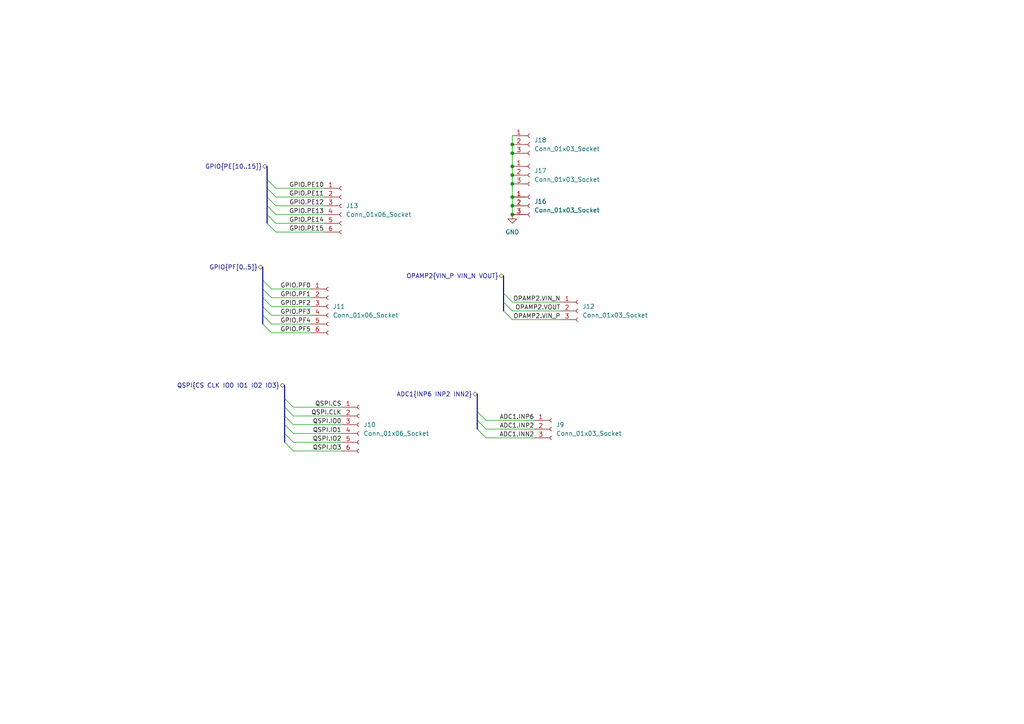
<source format=kicad_sch>
(kicad_sch (version 20250114) (generator "eeschema") (generator_version "9.0")
  (paper "A4")
  (lib_symbols
    (symbol "Connector:Conn_01x03_Socket" (pin_names (offset 1.016) (hide yes))
      (property "Reference" "J" (at 0 5.08 0))
      (property "Value" "Conn_01x03_Socket" (at 0 -5.08 0))
      (symbol "Conn_01x03_Socket_1_1"
        (polyline (pts (xy -1.27 2.54) (xy -0.508 2.54)) (stroke (width 0.1524)))
        (polyline (pts (xy -1.27 0) (xy -0.508 0)) (stroke (width 0.1524)))
        (polyline (pts (xy -1.27 -2.54) (xy -0.508 -2.54)) (stroke (width 0.1524)))
        (arc (start 0 2.032) (mid -0.5058 2.54) (end 0 3.048) (stroke (width 0.1524)))
        (arc (start 0 -0.508) (mid -0.5058 0) (end 0 0.508) (stroke (width 0.1524)))
        (arc (start 0 -3.048) (mid -0.5058 -2.54) (end 0 -2.032) (stroke (width 0.1524)))
        (pin passive line (at -5.08 2.54 0) (length 3.81) (name "Pin_1") (number "1"))
        (pin passive line (at -5.08 0 0) (length 3.81) (name "Pin_2") (number "2"))
        (pin passive line (at -5.08 -2.54 0) (length 3.81) (name "Pin_3") (number "3"))
      )
    )
    (symbol "Connector:Conn_01x06_Socket" (pin_names (offset 1.016) (hide yes))
      (property "Reference" "J" (at 0 7.62 0))
      (property "Value" "Conn_01x06_Socket" (at 0 -10.16 0))
      (symbol "Conn_01x06_Socket_1_1"
        (polyline (pts (xy -1.27 5.08) (xy -0.508 5.08)) (stroke (width 0.1524)))
        (polyline (pts (xy -1.27 2.54) (xy -0.508 2.54)) (stroke (width 0.1524)))
        (polyline (pts (xy -1.27 0) (xy -0.508 0)) (stroke (width 0.1524)))
        (polyline (pts (xy -1.27 -2.54) (xy -0.508 -2.54)) (stroke (width 0.1524)))
        (polyline (pts (xy -1.27 -5.08) (xy -0.508 -5.08)) (stroke (width 0.1524)))
        (polyline (pts (xy -1.27 -7.62) (xy -0.508 -7.62)) (stroke (width 0.1524)))
        (arc (start 0 4.572) (mid -0.5058 5.08) (end 0 5.588) (stroke (width 0.1524)))
        (arc (start 0 2.032) (mid -0.5058 2.54) (end 0 3.048) (stroke (width 0.1524)))
        (arc (start 0 -0.508) (mid -0.5058 0) (end 0 0.508) (stroke (width 0.1524)))
        (arc (start 0 -3.048) (mid -0.5058 -2.54) (end 0 -2.032) (stroke (width 0.1524)))
        (arc (start 0 -5.588) (mid -0.5058 -5.08) (end 0 -4.572) (stroke (width 0.1524)))
        (arc (start 0 -8.128) (mid -0.5058 -7.62) (end 0 -7.112) (stroke (width 0.1524)))
        (pin passive line (at -5.08 5.08 0) (length 3.81) (name "Pin_1") (number "1"))
        (pin passive line (at -5.08 2.54 0) (length 3.81) (name "Pin_2") (number "2"))
        (pin passive line (at -5.08 0 0) (length 3.81) (name "Pin_3") (number "3"))
        (pin passive line (at -5.08 -2.54 0) (length 3.81) (name "Pin_4") (number "4"))
        (pin passive line (at -5.08 -5.08 0) (length 3.81) (name "Pin_5") (number "5"))
        (pin passive line (at -5.08 -7.62 0) (length 3.81) (name "Pin_6") (number "6"))
      )
    )
    (symbol "power:GND" (power) (pin_numbers (hide yes)) (pin_names (offset 0) (hide yes))
      (property "Value" "GND" (at 0 -3.81 0))
      (symbol "GND_0_1"
        (polyline (pts (xy 0 0) (xy 0 -1.27) (xy 1.27 -1.27) (xy 0 -2.54) (xy -1.27 -1.27) (xy 0 -1.27)))
      )
      (symbol "GND_1_1"
        (pin power_in line (at 0 0 270) (length 0) (name "~") (number "1"))
      )
    )
  )
  (junction (at 148.59 53.34))
  (junction (at 148.59 41.91))
  (junction (at 148.59 62.23))
  (junction (at 148.59 59.69))
  (junction (at 148.59 48.26))
  (junction (at 148.59 57.15))
  (junction (at 148.59 50.8))
  (junction (at 148.59 44.45))
  (bus_entry (at 76.2 83.82) (size 2.54 2.54))
  (bus_entry (at 146.05 85.09) (size 2.54 2.54))
  (bus_entry (at 77.47 59.69) (size 2.54 2.54))
  (bus_entry (at 76.2 88.9) (size 2.54 2.54))
  (bus_entry (at 76.2 91.44) (size 2.54 2.54))
  (bus_entry (at 76.2 81.28) (size 2.54 2.54))
  (bus_entry (at 77.47 54.61) (size 2.54 2.54))
  (bus_entry (at 146.05 90.17) (size 2.54 2.54))
  (bus_entry (at 138.43 124.46) (size 2.54 2.54))
  (bus_entry (at 146.05 87.63) (size 2.54 2.54))
  (bus_entry (at 77.47 64.77) (size 2.54 2.54))
  (bus_entry (at 82.55 115.57) (size 2.54 2.54))
  (bus_entry (at 76.2 93.98) (size 2.54 2.54))
  (bus_entry (at 82.55 118.11) (size 2.54 2.54))
  (bus_entry (at 77.47 57.15) (size 2.54 2.54))
  (bus_entry (at 82.55 120.65) (size 2.54 2.54))
  (bus_entry (at 82.55 125.73) (size 2.54 2.54))
  (bus_entry (at 82.55 123.19) (size 2.54 2.54))
  (bus_entry (at 76.2 86.36) (size 2.54 2.54))
  (bus_entry (at 77.47 62.23) (size 2.54 2.54))
  (bus_entry (at 138.43 121.92) (size 2.54 2.54))
  (bus_entry (at 77.47 52.07) (size 2.54 2.54))
  (bus_entry (at 82.55 128.27) (size 2.54 2.54))
  (bus_entry (at 138.43 119.38) (size 2.54 2.54))
  (bus (pts (xy 146.05 87.63) (xy 146.05 90.17)))
  (bus (pts (xy 138.43 121.92) (xy 138.43 124.46)))
  (bus (pts (xy 76.2 91.44) (xy 76.2 93.98)))
  (wire (pts (xy 140.97 124.46) (xy 154.94 124.46)))
  (bus (pts (xy 77.47 54.61) (xy 77.47 57.15)))
  (bus (pts (xy 82.55 123.19) (xy 82.55 125.73)))
  (wire (pts (xy 78.74 83.82) (xy 90.17 83.82)))
  (wire (pts (xy 148.59 87.63) (xy 162.56 87.63)))
  (bus (pts (xy 82.55 118.11) (xy 82.55 120.65)))
  (wire (pts (xy 148.59 41.91) (xy 148.59 44.45)))
  (wire (pts (xy 85.09 123.19) (xy 99.06 123.19)))
  (wire (pts (xy 148.59 57.15) (xy 148.59 59.69)))
  (bus (pts (xy 76.2 83.82) (xy 76.2 86.36)))
  (wire (pts (xy 148.59 90.17) (xy 162.56 90.17)))
  (wire (pts (xy 85.09 125.73) (xy 99.06 125.73)))
  (bus (pts (xy 76.2 77.47) (xy 76.2 81.28)))
  (wire (pts (xy 148.59 53.34) (xy 148.59 57.15)))
  (bus (pts (xy 82.55 120.65) (xy 82.55 123.19)))
  (bus (pts (xy 77.47 52.07) (xy 77.47 54.61)))
  (bus (pts (xy 82.55 111.76) (xy 82.55 115.57)))
  (bus (pts (xy 146.05 85.09) (xy 146.05 87.63)))
  (wire (pts (xy 80.01 54.61) (xy 93.98 54.61)))
  (bus (pts (xy 146.05 80.01) (xy 146.05 85.09)))
  (bus (pts (xy 138.43 119.38) (xy 138.43 121.92)))
  (wire (pts (xy 78.74 96.52) (xy 90.17 96.52)))
  (wire (pts (xy 85.09 128.27) (xy 99.06 128.27)))
  (wire (pts (xy 80.01 59.69) (xy 93.98 59.69)))
  (wire (pts (xy 148.59 44.45) (xy 148.59 48.26)))
  (wire (pts (xy 80.01 57.15) (xy 93.98 57.15)))
  (wire (pts (xy 148.59 50.8) (xy 148.59 53.34)))
  (bus (pts (xy 82.55 125.73) (xy 82.55 128.27)))
  (bus (pts (xy 76.2 88.9) (xy 76.2 91.44)))
  (wire (pts (xy 140.97 121.92) (xy 154.94 121.92)))
  (wire (pts (xy 80.01 62.23) (xy 93.98 62.23)))
  (wire (pts (xy 148.59 39.37) (xy 148.59 41.91)))
  (wire (pts (xy 148.59 48.26) (xy 148.59 50.8)))
  (wire (pts (xy 85.09 120.65) (xy 99.06 120.65)))
  (bus (pts (xy 77.47 62.23) (xy 77.47 64.77)))
  (bus (pts (xy 77.47 48.26) (xy 77.47 52.07)))
  (wire (pts (xy 140.97 127) (xy 154.94 127)))
  (bus (pts (xy 76.2 86.36) (xy 76.2 88.9)))
  (wire (pts (xy 78.74 88.9) (xy 90.17 88.9)))
  (wire (pts (xy 78.74 86.36) (xy 90.17 86.36)))
  (bus (pts (xy 82.55 115.57) (xy 82.55 118.11)))
  (wire (pts (xy 85.09 130.81) (xy 99.06 130.81)))
  (wire (pts (xy 80.01 67.31) (xy 93.98 67.31)))
  (bus (pts (xy 77.47 57.15) (xy 77.47 59.69)))
  (wire (pts (xy 78.74 93.98) (xy 90.17 93.98)))
  (bus (pts (xy 138.43 114.3) (xy 138.43 119.38)))
  (wire (pts (xy 148.59 92.71) (xy 162.56 92.71)))
  (wire (pts (xy 78.74 91.44) (xy 90.17 91.44)))
  (bus (pts (xy 76.2 81.28) (xy 76.2 83.82)))
  (wire (pts (xy 85.09 118.11) (xy 99.06 118.11)))
  (wire (pts (xy 148.59 59.69) (xy 148.59 62.23)))
  (bus (pts (xy 77.47 59.69) (xy 77.47 62.23)))
  (wire (pts (xy 80.01 64.77) (xy 93.98 64.77)))
  (label "QSPI.CLK" (at 99.06 120.65 180))
  (label "QSPI.IO2" (at 99.06 128.27 180))
  (label "ADC1.INP2" (at 154.94 124.46 180))
  (label "ADC1.INP6" (at 154.94 121.92 180))
  (label "GPIO.PF2" (at 90.17 88.9 180))
  (label "OPAMP2.VIN_P" (at 162.56 92.71 180))
  (label "GPIO.PF3" (at 90.17 91.44 180))
  (label "GPIO.PF1" (at 90.17 86.36 180))
  (label "ADC1.INN2" (at 154.94 127 180))
  (label "GPIO.PF0" (at 90.17 83.82 180))
  (label "QSPI.IO3" (at 99.06 130.81 180))
  (label "GPIO.PE10" (at 93.98 54.61 180))
  (label "OPAMP2.VOUT" (at 162.56 90.17 180))
  (label "QSPI.CS" (at 99.06 118.11 180))
  (label "GPIO.PF4" (at 90.17 93.98 180))
  (label "GPIO.PF5" (at 90.17 96.52 180))
  (label "GPIO.PE12" (at 93.98 59.69 180))
  (label "GPIO.PE15" (at 93.98 67.31 180))
  (label "GPIO.PE11" (at 93.98 57.15 180))
  (label "OPAMP2.VIN_N" (at 162.56 87.63 180))
  (label "GPIO.PE14" (at 93.98 64.77 180))
  (label "QSPI.IO1" (at 99.06 125.73 180))
  (label "QSPI.IO0" (at 99.06 123.19 180))
  (label "GPIO.PE13" (at 93.98 62.23 180))
  (hierarchical_label "QSPI{CS CLK IO0 IO1 IO2 IO3}" (shape bidirectional) (at 82.55 111.76 180))
  (hierarchical_label "ADC1{INP6 INP2 INN2}" (shape bidirectional) (at 138.43 114.3 180))
  (hierarchical_label "OPAMP2{VIN_P VIN_N VOUT}" (shape bidirectional) (at 146.05 80.01 180))
  (hierarchical_label "GPIO{PF[0..5]}" (shape bidirectional) (at 76.2 77.47 180))
  (hierarchical_label "GPIO{PE[10..15]}" (shape bidirectional) (at 77.47 48.26 180))
  (symbol (lib_id "Connector:Conn_01x03_Socket") (at 160.02 124.46 0) (unit 1)
    (property "Reference" "J9" (at 161.29 123.1899 0) (effects (justify left)))
    (property "Value" "Conn_01x03_Socket" (at 161.29 125.7299 0) (effects (justify left)))
    (property "Footprint" "Connector_PinHeader_2.54mm:PinHeader_1x03_P2.54mm_Vertical" (effects (hide yes)))
    (property "Description" "Generic connector, single row, 01x03, script generated" (effects (hide yes)))
  )
  (symbol (lib_id "power:GND") (at 148.59 62.23 0) (unit 1)
    (property "Reference" "#PWR090" (effects (hide yes)))
    (property "Value" "GND" (at 148.59 67.31 0))
    (property "Description" "Power symbol creates a global label with name \"GND\" , ground" (effects (hide yes)))
  )
  (symbol (lib_id "Connector:Conn_01x06_Socket") (at 99.06 59.69 0) (unit 1)
    (property "Reference" "J13" (at 100.33 59.6899 0) (effects (justify left)))
    (property "Value" "Conn_01x06_Socket" (at 100.33 62.2299 0) (effects (justify left)))
    (property "Footprint" "Connector_PinHeader_2.54mm:PinHeader_1x06_P2.54mm_Vertical" (effects (hide yes)))
    (property "Description" "Generic connector, single row, 01x06, script generated" (effects (hide yes)))
  )
  (symbol (lib_id "Connector:Conn_01x06_Socket") (at 95.25 88.9 0) (unit 1)
    (property "Reference" "J11" (at 96.52 88.8999 0) (effects (justify left)))
    (property "Value" "Conn_01x06_Socket" (at 96.52 91.4399 0) (effects (justify left)))
    (property "Footprint" "Connector_PinHeader_2.54mm:PinHeader_1x06_P2.54mm_Vertical" (effects (hide yes)))
    (property "Description" "Generic connector, single row, 01x06, script generated" (effects (hide yes)))
  )
  (symbol (lib_id "Connector:Conn_01x03_Socket") (at 153.67 59.69 0) (unit 1)
    (property "Reference" "J16" (at 154.94 58.4199 0) (effects (justify left)))
    (property "Value" "Conn_01x03_Socket" (at 154.94 60.9599 0) (effects (justify left)))
    (property "Footprint" "Connector_PinHeader_2.54mm:PinHeader_1x03_P2.54mm_Vertical" (effects (hide yes)))
    (property "Description" "Generic connector, single row, 01x03, script generated" (effects (hide yes)))
  )
  (symbol (lib_id "Connector:Conn_01x03_Socket") (at 153.67 50.8 0) (unit 1)
    (property "Reference" "J17" (at 154.94 49.5299 0) (effects (justify left)))
    (property "Value" "Conn_01x03_Socket" (at 154.94 52.0699 0) (effects (justify left)))
    (property "Footprint" "Connector_PinHeader_2.54mm:PinHeader_1x03_P2.54mm_Vertical" (effects (hide yes)))
    (property "Description" "Generic connector, single row, 01x03, script generated" (effects (hide yes)))
  )
  (symbol (lib_id "Connector:Conn_01x03_Socket") (at 153.67 41.91 0) (unit 1)
    (property "Reference" "J18" (at 154.94 40.6399 0) (effects (justify left)))
    (property "Value" "Conn_01x03_Socket" (at 154.94 43.1799 0) (effects (justify left)))
    (property "Footprint" "Connector_PinHeader_2.54mm:PinHeader_1x03_P2.54mm_Vertical" (effects (hide yes)))
    (property "Description" "Generic connector, single row, 01x03, script generated" (effects (hide yes)))
  )
  (symbol (lib_id "Connector:Conn_01x03_Socket") (at 167.64 90.17 0) (unit 1)
    (property "Reference" "J12" (at 168.91 88.8999 0) (effects (justify left)))
    (property "Value" "Conn_01x03_Socket" (at 168.91 91.4399 0) (effects (justify left)))
    (property "Footprint" "Connector_PinHeader_2.54mm:PinHeader_1x03_P2.54mm_Vertical" (effects (hide yes)))
    (property "Description" "Generic connector, single row, 01x03, script generated" (effects (hide yes)))
  )
  (symbol (lib_id "Connector:Conn_01x06_Socket") (at 104.14 123.19 0) (unit 1)
    (property "Reference" "J10" (at 105.41 123.1899 0) (effects (justify left)))
    (property "Value" "Conn_01x06_Socket" (at 105.41 125.7299 0) (effects (justify left)))
    (property "Footprint" "Connector_PinHeader_2.54mm:PinHeader_1x06_P2.54mm_Vertical" (effects (hide yes)))
    (property "Description" "Generic connector, single row, 01x06, script generated" (effects (hide yes)))
  )
)
</source>
